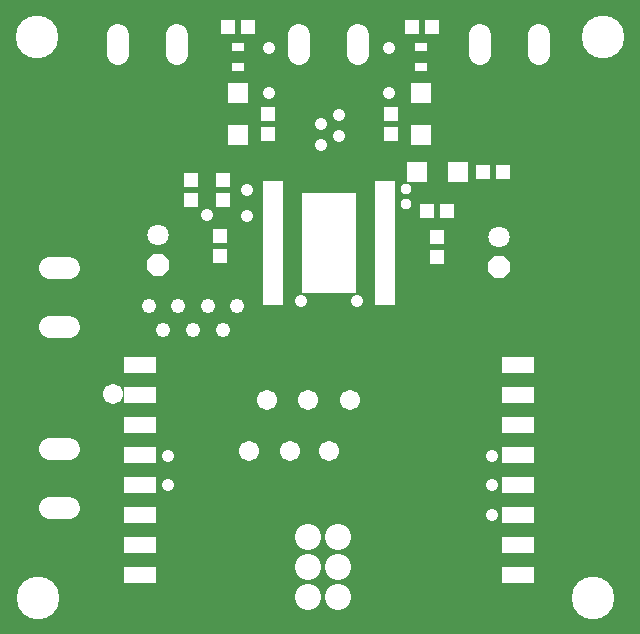
<source format=gts>
G04 EAGLE Gerber RS-274X export*
G75*
%MOMM*%
%FSLAX34Y34*%
%LPD*%
%INSoldermask Top*%
%IPNEG*%
%AMOC8*
5,1,8,0,0,1.08239X$1,22.5*%
G01*
%ADD10C,3.603200*%
%ADD11C,2.203200*%
%ADD12R,1.203200X1.303200*%
%ADD13R,1.303200X1.203200*%
%ADD14C,1.803400*%
%ADD15P,1.951982X8X292.500000*%
%ADD16R,1.003200X0.803200*%
%ADD17R,1.703200X1.703200*%
%ADD18R,1.806000X0.678400*%
%ADD19R,4.648200X8.585200*%
%ADD20R,2.743200X1.473200*%
%ADD21C,1.853200*%
%ADD22C,1.703200*%
%ADD23C,1.059600*%
%ADD24C,0.959600*%
%ADD25C,1.209600*%


D10*
X40000Y40000D03*
X510000Y40000D03*
X519000Y515000D03*
X39000Y515000D03*
D11*
X269120Y91390D03*
X294520Y91390D03*
X294520Y65990D03*
X269120Y65990D03*
X269120Y40590D03*
X294520Y40590D03*
D12*
X196730Y376250D03*
X196730Y393250D03*
X194190Y346260D03*
X194190Y329260D03*
D13*
X218200Y523500D03*
X201200Y523500D03*
D12*
X378340Y344990D03*
X378340Y327990D03*
D13*
X369840Y366970D03*
X386840Y366970D03*
X356600Y523500D03*
X373600Y523500D03*
D14*
X430410Y345380D03*
D15*
X430410Y319980D03*
D14*
X142120Y346650D03*
D15*
X142120Y321250D03*
D16*
X209430Y506280D03*
X209430Y489280D03*
X364370Y506280D03*
X364370Y489280D03*
D17*
X364370Y467020D03*
X364370Y432020D03*
X209430Y467020D03*
X209430Y432020D03*
X360840Y399990D03*
X395840Y399990D03*
D12*
X416830Y399990D03*
X433830Y399990D03*
D13*
X234830Y449130D03*
X234830Y432130D03*
X170060Y393250D03*
X170060Y376250D03*
X338970Y449130D03*
X338970Y432130D03*
D18*
X239355Y389050D03*
X239355Y382550D03*
X239355Y376050D03*
X239355Y369550D03*
X239355Y363050D03*
X239355Y356550D03*
X239355Y350050D03*
X239355Y343550D03*
X239355Y337050D03*
X239355Y330550D03*
X239355Y324050D03*
X239355Y317550D03*
X239355Y311050D03*
X239355Y304550D03*
X239355Y298050D03*
X239355Y291550D03*
X334445Y291550D03*
X334445Y298050D03*
X334445Y304550D03*
X334445Y311050D03*
X334445Y317550D03*
X334445Y324050D03*
X334445Y330550D03*
X334445Y337050D03*
X334445Y343550D03*
X334445Y350050D03*
X334445Y356550D03*
X334445Y363050D03*
X334445Y369550D03*
X334445Y376050D03*
X334445Y382550D03*
X334445Y389050D03*
D19*
X286900Y340300D03*
D20*
X126880Y58910D03*
X126880Y135110D03*
X126880Y160510D03*
X126880Y84310D03*
X126880Y109710D03*
X126880Y185910D03*
X126880Y211310D03*
X126880Y236710D03*
X446880Y58910D03*
X446880Y84310D03*
X446880Y109710D03*
X446880Y135110D03*
X446880Y160510D03*
X446880Y185910D03*
X446880Y211310D03*
X446880Y236710D03*
D21*
X311330Y500220D02*
X311330Y516720D01*
X261330Y516720D02*
X261330Y500220D01*
X158020Y500220D02*
X158020Y516720D01*
X108020Y516720D02*
X108020Y500220D01*
X464540Y500220D02*
X464540Y516720D01*
X414540Y516720D02*
X414540Y500220D01*
X66750Y319000D02*
X50250Y319000D01*
X50250Y269000D02*
X66750Y269000D01*
X66750Y166000D02*
X50250Y166000D01*
X50250Y116000D02*
X66750Y116000D01*
D22*
X286500Y164500D03*
X254000Y164500D03*
X219000Y164500D03*
X234000Y207000D03*
X269000Y207000D03*
X304000Y207000D03*
D23*
X310500Y291250D03*
X263000Y291500D03*
X280000Y441250D03*
X295000Y448500D03*
X280000Y423500D03*
X295000Y430750D03*
D24*
X351670Y386020D03*
D23*
X150000Y160000D03*
D24*
X351670Y373320D03*
D23*
X150000Y135000D03*
D22*
X104000Y212000D03*
D25*
X134000Y287000D03*
X146500Y267000D03*
X159000Y287000D03*
X171500Y267000D03*
X184000Y287000D03*
X196500Y267000D03*
X209000Y287000D03*
D23*
X217050Y363160D03*
X425000Y110000D03*
X217050Y384750D03*
X425000Y135000D03*
X183000Y364000D03*
X425000Y160000D03*
X236100Y505400D03*
X337700Y467300D03*
X236100Y467300D03*
X337700Y505400D03*
M02*

</source>
